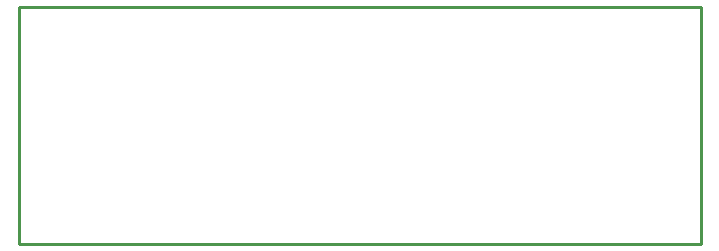
<source format=gbr>
G04 EAGLE Gerber RS-274X export*
G75*
%MOMM*%
%FSLAX34Y34*%
%LPD*%
%IN*%
%IPPOS*%
%AMOC8*
5,1,8,0,0,1.08239X$1,22.5*%
G01*
%ADD10C,0.254000*%


D10*
X0Y0D02*
X577650Y0D01*
X577650Y199900D01*
X0Y199900D01*
X0Y0D01*
M02*

</source>
